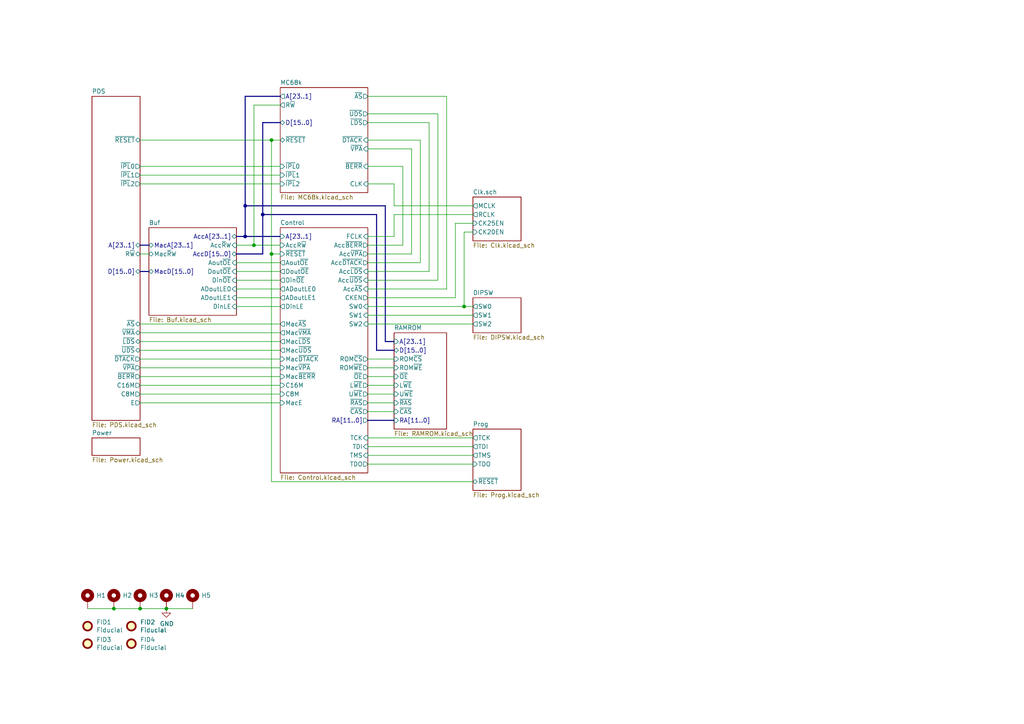
<source format=kicad_sch>
(kicad_sch (version 20211123) (generator eeschema)
  (paper "A4")
  (lib_symbols
    (symbol "Mechanical:Fiducial"
      (property "Reference" "FID" (at 0 5.08 0))
      (property "Value" "Fiducial" (at 0 3.175 0))
      (symbol "Fiducial_0_1"
        (circle (center 0 0) (radius 1.27) (stroke (width 0.508)) (fill (type background)))
      )
    )
    (symbol "Mechanical:MountingHole_Pad" (pin_numbers hide) (pin_names (offset 1.016) hide)
      (property "Reference" "H" (at 0 6.35 0))
      (property "Value" "MountingHole_Pad" (at 0 4.445 0))
      (symbol "MountingHole_Pad_0_1"
        (circle (center 0 1.27) (radius 1.27) (stroke (width 1.27)))
      )
      (symbol "MountingHole_Pad_1_1"
        (pin input line (at 0 -2.54 90) (length 2.54) (name "1") (number "1"))
      )
    )
    (symbol "power:GND" (power) (pin_names (offset 0))
      (property "Value" "GND" (at 0 -3.81 0))
      (symbol "GND_0_1"
        (polyline (pts (xy 0 0) (xy 0 -1.27) (xy 1.27 -1.27) (xy 0 -2.54) (xy -1.27 -1.27) (xy 0 -1.27)))
      )
      (symbol "GND_1_1"
        (pin power_in line (at 0 0 270) (length 0) hide (name "GND") (number "1"))
      )
    )
  )
  (junction (at 73.66 71.12))
  (junction (at 78.74 73.66))
  (junction (at 33.02 176.53))
  (junction (at 71.12 59.69))
  (junction (at 134.62 88.9))
  (junction (at 71.12 68.58))
  (junction (at 40.64 176.53))
  (junction (at 76.2 62.23))
  (junction (at 48.26 176.53))
  (junction (at 78.74 40.64))
  (bus (pts (xy 71.12 27.94) (xy 71.12 59.69)))
  (wire (pts (xy 68.58 83.82) (xy 81.28 83.82)))
  (wire (pts (xy 129.54 27.94) (xy 129.54 83.82)))
  (bus (pts (xy 109.22 62.23) (xy 76.2 62.23)))
  (wire (pts (xy 106.68 129.54) (xy 137.16 129.54)))
  (bus (pts (xy 71.12 59.69) (xy 71.12 68.58)))
  (wire (pts (xy 106.68 27.94) (xy 129.54 27.94)))
  (bus (pts (xy 109.22 62.23) (xy 109.22 101.6)))
  (wire (pts (xy 78.74 40.64) (xy 81.28 40.64)))
  (wire (pts (xy 106.68 35.56) (xy 124.46 35.56)))
  (wire (pts (xy 73.66 30.48) (xy 81.28 30.48)))
  (wire (pts (xy 68.58 78.74) (xy 81.28 78.74)))
  (wire (pts (xy 48.26 176.53) (xy 40.64 176.53)))
  (wire (pts (xy 127 81.28) (xy 106.68 81.28)))
  (wire (pts (xy 106.68 106.68) (xy 114.3 106.68)))
  (wire (pts (xy 78.74 73.66) (xy 81.28 73.66)))
  (wire (pts (xy 40.64 50.8) (xy 81.28 50.8)))
  (wire (pts (xy 40.64 96.52) (xy 81.28 96.52)))
  (wire (pts (xy 40.64 114.3) (xy 81.28 114.3)))
  (wire (pts (xy 124.46 35.56) (xy 124.46 78.74)))
  (bus (pts (xy 111.76 59.69) (xy 111.76 99.06)))
  (wire (pts (xy 106.68 132.08) (xy 137.16 132.08)))
  (wire (pts (xy 134.62 67.31) (xy 134.62 88.9)))
  (bus (pts (xy 40.64 78.74) (xy 43.18 78.74)))
  (wire (pts (xy 137.16 67.31) (xy 134.62 67.31)))
  (wire (pts (xy 40.64 106.68) (xy 81.28 106.68)))
  (wire (pts (xy 106.68 33.02) (xy 127 33.02)))
  (bus (pts (xy 81.28 35.56) (xy 76.2 35.56)))
  (bus (pts (xy 114.3 101.6) (xy 109.22 101.6)))
  (wire (pts (xy 106.68 119.38) (xy 114.3 119.38)))
  (bus (pts (xy 111.76 99.06) (xy 114.3 99.06)))
  (wire (pts (xy 40.64 116.84) (xy 81.28 116.84)))
  (wire (pts (xy 40.64 109.22) (xy 81.28 109.22)))
  (bus (pts (xy 71.12 68.58) (xy 81.28 68.58)))
  (bus (pts (xy 76.2 73.66) (xy 68.58 73.66)))
  (bus (pts (xy 40.64 71.12) (xy 43.18 71.12)))
  (wire (pts (xy 40.64 104.14) (xy 81.28 104.14)))
  (wire (pts (xy 40.64 53.34) (xy 81.28 53.34)))
  (wire (pts (xy 55.88 176.53) (xy 48.26 176.53)))
  (bus (pts (xy 71.12 59.69) (xy 111.76 59.69)))
  (wire (pts (xy 106.68 111.76) (xy 114.3 111.76)))
  (wire (pts (xy 119.38 43.18) (xy 119.38 73.66)))
  (wire (pts (xy 119.38 73.66) (xy 106.68 73.66)))
  (wire (pts (xy 40.64 48.26) (xy 81.28 48.26)))
  (wire (pts (xy 114.3 62.23) (xy 137.16 62.23)))
  (wire (pts (xy 134.62 88.9) (xy 106.68 88.9)))
  (wire (pts (xy 106.68 116.84) (xy 114.3 116.84)))
  (wire (pts (xy 106.68 43.18) (xy 119.38 43.18)))
  (bus (pts (xy 106.68 121.92) (xy 114.3 121.92)))
  (wire (pts (xy 73.66 30.48) (xy 73.66 71.12)))
  (wire (pts (xy 73.66 71.12) (xy 68.58 71.12)))
  (wire (pts (xy 78.74 73.66) (xy 78.74 139.7)))
  (wire (pts (xy 114.3 53.34) (xy 114.3 59.69)))
  (wire (pts (xy 106.68 68.58) (xy 114.3 68.58)))
  (wire (pts (xy 106.68 134.62) (xy 137.16 134.62)))
  (wire (pts (xy 116.84 71.12) (xy 106.68 71.12)))
  (wire (pts (xy 106.68 86.36) (xy 132.08 86.36)))
  (wire (pts (xy 33.02 176.53) (xy 25.4 176.53)))
  (wire (pts (xy 73.66 71.12) (xy 81.28 71.12)))
  (wire (pts (xy 40.64 93.98) (xy 81.28 93.98)))
  (wire (pts (xy 137.16 91.44) (xy 106.68 91.44)))
  (wire (pts (xy 40.64 176.53) (xy 33.02 176.53)))
  (wire (pts (xy 106.68 109.22) (xy 114.3 109.22)))
  (bus (pts (xy 76.2 62.23) (xy 76.2 73.66)))
  (wire (pts (xy 68.58 86.36) (xy 81.28 86.36)))
  (wire (pts (xy 121.92 40.64) (xy 121.92 76.2)))
  (wire (pts (xy 106.68 127) (xy 137.16 127)))
  (bus (pts (xy 81.28 27.94) (xy 71.12 27.94)))
  (wire (pts (xy 106.68 48.26) (xy 116.84 48.26)))
  (wire (pts (xy 40.64 40.64) (xy 78.74 40.64)))
  (wire (pts (xy 40.64 111.76) (xy 81.28 111.76)))
  (bus (pts (xy 71.12 68.58) (xy 68.58 68.58)))
  (wire (pts (xy 106.68 114.3) (xy 114.3 114.3)))
  (wire (pts (xy 129.54 83.82) (xy 106.68 83.82)))
  (wire (pts (xy 114.3 62.23) (xy 114.3 68.58)))
  (wire (pts (xy 106.68 104.14) (xy 114.3 104.14)))
  (wire (pts (xy 124.46 78.74) (xy 106.68 78.74)))
  (wire (pts (xy 116.84 48.26) (xy 116.84 71.12)))
  (wire (pts (xy 40.64 99.06) (xy 81.28 99.06)))
  (wire (pts (xy 68.58 88.9) (xy 81.28 88.9)))
  (wire (pts (xy 40.64 73.66) (xy 43.18 73.66)))
  (wire (pts (xy 78.74 139.7) (xy 137.16 139.7)))
  (wire (pts (xy 132.08 64.77) (xy 137.16 64.77)))
  (wire (pts (xy 68.58 76.2) (xy 81.28 76.2)))
  (wire (pts (xy 78.74 40.64) (xy 78.74 73.66)))
  (wire (pts (xy 106.68 40.64) (xy 121.92 40.64)))
  (wire (pts (xy 132.08 86.36) (xy 132.08 64.77)))
  (bus (pts (xy 76.2 35.56) (xy 76.2 62.23)))
  (wire (pts (xy 127 33.02) (xy 127 81.28)))
  (wire (pts (xy 137.16 88.9) (xy 134.62 88.9)))
  (wire (pts (xy 114.3 59.69) (xy 137.16 59.69)))
  (wire (pts (xy 40.64 101.6) (xy 81.28 101.6)))
  (wire (pts (xy 68.58 81.28) (xy 81.28 81.28)))
  (wire (pts (xy 114.3 53.34) (xy 106.68 53.34)))
  (wire (pts (xy 106.68 93.98) (xy 137.16 93.98)))
  (wire (pts (xy 121.92 76.2) (xy 106.68 76.2)))
  (symbol (lib_id "power:GND") (at 48.26 176.53 0) (unit 1)
    (property "Reference" "#PWR0132" (effects hide))
    (property "Value" "GND" (at 48.387 180.9242 0))
  )
  (symbol (lib_id "Mechanical:MountingHole_Pad") (at 55.88 173.99 0) (unit 1)
    (property "Reference" "H5" (at 58.42 172.6946 0) (effects (justify left)))
    (property "Value" " " (at 58.42 175.006 0) (effects (justify left)))
    (property "Footprint" "stdpads:PasteHole_1.1mm_PTH" (effects hide))
  )
  (symbol (lib_id "Mechanical:Fiducial") (at 25.4 181.61 0) (unit 1)
    (property "Reference" "FID1" (at 27.94 180.4416 0) (effects (justify left)))
    (property "Value" "Fiducial" (at 27.94 182.753 0) (effects (justify left)))
    (property "Footprint" "stdpads:Fiducial" (effects hide))
  )
  (symbol (lib_id "Mechanical:Fiducial") (at 38.1 181.61 0) (unit 1)
    (property "Reference" "FID2" (at 40.64 180.4416 0) (effects (justify left)))
    (property "Value" "Fiducial" (at 40.64 182.753 0) (effects (justify left)))
    (property "Footprint" "stdpads:Fiducial" (effects hide))
  )
  (symbol (lib_id "Mechanical:Fiducial") (at 25.4 186.69 0) (unit 1)
    (property "Reference" "FID3" (at 27.94 185.5216 0) (effects (justify left)))
    (property "Value" "Fiducial" (at 27.94 187.833 0) (effects (justify left)))
    (property "Footprint" "stdpads:Fiducial" (effects hide))
  )
  (symbol (lib_id "Mechanical:Fiducial") (at 38.1 186.69 0) (unit 1)
    (property "Reference" "FID4" (at 40.64 185.5216 0) (effects (justify left)))
    (property "Value" "Fiducial" (at 40.64 187.833 0) (effects (justify left)))
    (property "Footprint" "stdpads:Fiducial" (effects hide))
  )
  (symbol (lib_id "Mechanical:MountingHole_Pad") (at 25.4 173.99 0) (unit 1)
    (property "Reference" "H1" (at 27.94 172.6946 0) (effects (justify left)))
    (property "Value" " " (at 27.94 175.006 0) (effects (justify left)))
    (property "Footprint" "stdpads:PasteHole_1.1mm_PTH" (effects hide))
  )
  (symbol (lib_id "Mechanical:MountingHole_Pad") (at 33.02 173.99 0) (unit 1)
    (property "Reference" "H2" (at 35.56 172.6946 0) (effects (justify left)))
    (property "Value" " " (at 35.56 175.006 0) (effects (justify left)))
    (property "Footprint" "stdpads:PasteHole_1.1mm_PTH" (effects hide))
  )
  (symbol (lib_id "Mechanical:MountingHole_Pad") (at 40.64 173.99 0) (unit 1)
    (property "Reference" "H3" (at 43.18 172.6946 0) (effects (justify left)))
    (property "Value" " " (at 43.18 175.006 0) (effects (justify left)))
    (property "Footprint" "stdpads:PasteHole_1.1mm_PTH" (effects hide))
  )
  (symbol (lib_id "Mechanical:MountingHole_Pad") (at 48.26 173.99 0) (unit 1)
    (property "Reference" "H4" (at 50.8 172.6946 0) (effects (justify left)))
    (property "Value" " " (at 50.8 175.006 0) (effects (justify left)))
    (property "Footprint" "stdpads:PasteHole_1.1mm_PTH" (effects hide))
  )
  (sheet (at 26.67 27.94) (size 13.97 93.98)
    (property "Sheet name" "PDS" (at 26.67 27.2284 0) (effects (justify left bottom)))
    (property "Sheet file" "PDS.kicad_sch" (at 26.67 122.5046 0) (effects (justify left top)))
    (pin "A[23..1]" bidirectional (at 40.64 71.12 0))
    (pin "D[15..0]" bidirectional (at 40.64 78.74 0))
    (pin "~{AS}" bidirectional (at 40.64 93.98 0))
    (pin "~{LDS}" bidirectional (at 40.64 99.06 0))
    (pin "~{UDS}" bidirectional (at 40.64 101.6 0))
    (pin "R~{W}" bidirectional (at 40.64 73.66 0))
    (pin "~{VMA}" bidirectional (at 40.64 96.52 0))
    (pin "~{VPA}" output (at 40.64 106.68 0))
    (pin "~{DTACK}" output (at 40.64 104.14 0))
    (pin "~{RESET}" bidirectional (at 40.64 40.64 0))
    (pin "~{IPL}0" output (at 40.64 48.26 0))
    (pin "~{IPL}1" output (at 40.64 50.8 0))
    (pin "~{IPL}2" output (at 40.64 53.34 0))
    (pin "~{BERR}" output (at 40.64 109.22 0))
    (pin "E" output (at 40.64 116.84 0))
    (pin "C8M" output (at 40.64 114.3 0))
    (pin "C16M" output (at 40.64 111.76 0))
  )
  (sheet (at 81.28 66.04) (size 25.4 71.12)
    (property "Sheet name" "Control" (at 81.28 65.3284 0) (effects (justify left bottom)))
    (property "Sheet file" "Control.kicad_sch" (at 81.28 137.7446 0) (effects (justify left top)))
    (pin "~{RESET}" input (at 81.28 73.66 180))
    (pin "FCLK" input (at 106.68 68.58 0))
    (pin "Mac~{AS}" output (at 81.28 93.98 180))
    (pin "Mac~{VMA}" output (at 81.28 96.52 180))
    (pin "Mac~{DTACK}" input (at 81.28 104.14 180))
    (pin "Mac~{VPA}" input (at 81.28 106.68 180))
    (pin "Mac~{BERR}" input (at 81.28 109.22 180))
    (pin "MacE" input (at 81.28 116.84 180))
    (pin "C8M" input (at 81.28 114.3 180))
    (pin "C16M" input (at 81.28 111.76 180))
    (pin "Acc~{DTACK}" output (at 106.68 76.2 0))
    (pin "Acc~{BERR}" output (at 106.68 71.12 0))
    (pin "Acc~{UDS}" input (at 106.68 81.28 0))
    (pin "Acc~{LDS}" input (at 106.68 78.74 0))
    (pin "Acc~{AS}" input (at 106.68 83.82 0))
    (pin "~{OE}" output (at 106.68 109.22 0))
    (pin "Mac~{UDS}" output (at 81.28 101.6 180))
    (pin "Mac~{LDS}" output (at 81.28 99.06 180))
    (pin "Acc~{VPA}" output (at 106.68 73.66 0))
    (pin "AccR~{W}" input (at 81.28 71.12 180))
    (pin "L~{WE}" output (at 106.68 111.76 0))
    (pin "U~{WE}" output (at 106.68 114.3 0))
    (pin "~{RAS}" output (at 106.68 116.84 0))
    (pin "~{CAS}" output (at 106.68 119.38 0))
    (pin "ROM~{CS}" output (at 106.68 104.14 0))
    (pin "DinLE" output (at 81.28 88.9 180))
    (pin "Dout~{OE}" output (at 81.28 78.74 180))
    (pin "Aout~{OE}" output (at 81.28 76.2 180))
    (pin "Din~{OE}" output (at 81.28 81.28 180))
    (pin "RA[11..0]" output (at 106.68 121.92 0))
    (pin "A[23..1]" input (at 81.28 68.58 180))
    (pin "ADoutLE0" output (at 81.28 83.82 180))
    (pin "ADoutLE1" output (at 81.28 86.36 180))
    (pin "ROM~{WE}" output (at 106.68 106.68 0))
    (pin "SW0" input (at 106.68 88.9 0))
    (pin "SW1" input (at 106.68 91.44 0))
    (pin "CKEN" output (at 106.68 86.36 0))
    (pin "TDI" input (at 106.68 129.54 0))
    (pin "TMS" input (at 106.68 132.08 0))
    (pin "TCK" input (at 106.68 127 0))
    (pin "TDO" output (at 106.68 134.62 0))
    (pin "SW2" input (at 106.68 93.98 0))
  )
  (sheet (at 114.3 96.52) (size 15.24 27.94)
    (property "Sheet name" "RAMROM" (at 114.3 95.8084 0) (effects (justify left bottom)))
    (property "Sheet file" "RAMROM.kicad_sch" (at 114.3 125.0446 0) (effects (justify left top)))
    (pin "~{RAS}" input (at 114.3 116.84 180))
    (pin "D[15..0]" bidirectional (at 114.3 101.6 180))
    (pin "~{CAS}" input (at 114.3 119.38 180))
    (pin "~{OE}" input (at 114.3 109.22 180))
    (pin "RA[11..0]" input (at 114.3 121.92 180))
    (pin "L~{WE}" input (at 114.3 111.76 180))
    (pin "U~{WE}" input (at 114.3 114.3 180))
    (pin "ROM~{CS}" input (at 114.3 104.14 180))
    (pin "A[23..1]" input (at 114.3 99.06 180))
    (pin "ROM~{WE}" input (at 114.3 106.68 180))
  )
  (sheet (at 81.28 25.4) (size 25.4 30.48)
    (property "Sheet name" "MC68k" (at 81.28 24.6884 0) (effects (justify left bottom)))
    (property "Sheet file" "MC68k.kicad_sch" (at 81.28 56.4646 0) (effects (justify left top)))
    (pin "A[23..1]" output (at 81.28 27.94 180))
    (pin "D[15..0]" bidirectional (at 81.28 35.56 180))
    (pin "~{AS}" output (at 106.68 27.94 0))
    (pin "R~{W}" output (at 81.28 30.48 180))
    (pin "~{LDS}" output (at 106.68 35.56 0))
    (pin "~{UDS}" output (at 106.68 33.02 0))
    (pin "~{DTACK}" input (at 106.68 40.64 0))
    (pin "~{VPA}" input (at 106.68 43.18 0))
    (pin "~{RESET}" bidirectional (at 81.28 40.64 180))
    (pin "~{BERR}" input (at 106.68 48.26 0))
    (pin "~{IPL}0" input (at 81.28 48.26 180))
    (pin "~{IPL}1" input (at 81.28 50.8 180))
    (pin "~{IPL}2" input (at 81.28 53.34 180))
    (pin "CLK" input (at 106.68 53.34 0))
  )
  (sheet (at 43.18 66.04) (size 25.4 25.4)
    (property "Sheet name" "Buf" (at 43.18 65.3284 0) (effects (justify left bottom)))
    (property "Sheet file" "Buf.kicad_sch" (at 43.18 92.0246 0) (effects (justify left top)))
    (pin "AccA[23..1]" bidirectional (at 68.58 68.58 0))
    (pin "MacA[23..1]" bidirectional (at 43.18 71.12 180))
    (pin "AccD[15..0]" bidirectional (at 68.58 73.66 0))
    (pin "MacD[15..0]" bidirectional (at 43.18 78.74 180))
    (pin "Dout~{OE}" input (at 68.58 78.74 0))
    (pin "Din~{OE}" input (at 68.58 81.28 0))
    (pin "DinLE" input (at 68.58 88.9 0))
    (pin "Aout~{OE}" input (at 68.58 76.2 0))
    (pin "Mac~{R}W" tri_state (at 43.18 73.66 180))
    (pin "Acc~{R}W" input (at 68.58 71.12 0))
    (pin "ADoutLE0" input (at 68.58 83.82 0))
    (pin "ADoutLE1" input (at 68.58 86.36 0))
  )
  (sheet (at 137.16 57.15) (size 13.97 12.7)
    (property "Sheet name" "Clk.sch" (at 137.16 56.4384 0) (effects (justify left bottom)))
    (property "Sheet file" "Clk.kicad_sch" (at 137.16 70.4346 0) (effects (justify left top)))
    (pin "MCLK" output (at 137.16 59.69 180))
    (pin "RCLK" output (at 137.16 62.23 180))
    (pin "CK20EN" input (at 137.16 67.31 180))
    (pin "CK25EN" input (at 137.16 64.77 180))
  )
  (sheet (at 137.16 86.36) (size 13.97 10.16)
    (property "Sheet name" "DIPSW" (at 137.16 85.6484 0) (effects (justify left bottom)))
    (property "Sheet file" "DIPSW.kicad_sch" (at 137.16 97.1046 0) (effects (justify left top)))
    (pin "SW0" output (at 137.16 88.9 180))
    (pin "SW1" output (at 137.16 91.44 180))
    (pin "SW2" output (at 137.16 93.98 180))
  )
  (sheet (at 137.16 124.46) (size 13.97 17.78)
    (property "Sheet name" "Prog" (at 137.16 123.7484 0) (effects (justify left bottom)))
    (property "Sheet file" "Prog.kicad_sch" (at 137.16 142.8246 0) (effects (justify left top)))
    (pin "TCK" output (at 137.16 127 180))
    (pin "TDI" output (at 137.16 129.54 180))
    (pin "TMS" output (at 137.16 132.08 180))
    (pin "TDO" input (at 137.16 134.62 180))
    (pin "~{RESET}" tri_state (at 137.16 139.7 180))
  )
  (sheet (at 26.67 127) (size 13.97 5.08)
    (property "Sheet name" "Power" (at 26.67 126.2884 0) (effects (justify left bottom)))
    (property "Sheet file" "Power.kicad_sch" (at 26.67 132.6646 0) (effects (justify left top)))
  )
)
</source>
